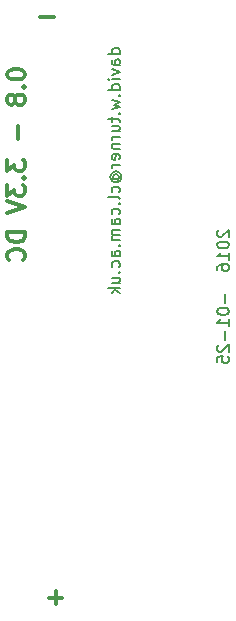
<source format=gbo>
G04 #@! TF.FileFunction,Legend,Bot*
%FSLAX46Y46*%
G04 Gerber Fmt 4.6, Leading zero omitted, Abs format (unit mm)*
G04 Created by KiCad (PCBNEW 4.0.1-3.201512221402+6198~38~ubuntu14.04.1-stable) date Fri 05 Feb 2016 15:13:30 GMT*
%MOMM*%
G01*
G04 APERTURE LIST*
%ADD10C,0.100000*%
%ADD11C,0.300000*%
%ADD12C,0.200000*%
G04 APERTURE END LIST*
D10*
D11*
X125441428Y-138997143D02*
X124298571Y-138997143D01*
X124870000Y-139568571D02*
X124870000Y-138425714D01*
X124711428Y-89817143D02*
X123568571Y-89817143D01*
D12*
X130302381Y-92959048D02*
X129302381Y-92959048D01*
X130254762Y-92959048D02*
X130302381Y-92863810D01*
X130302381Y-92673333D01*
X130254762Y-92578095D01*
X130207143Y-92530476D01*
X130111905Y-92482857D01*
X129826190Y-92482857D01*
X129730952Y-92530476D01*
X129683333Y-92578095D01*
X129635714Y-92673333D01*
X129635714Y-92863810D01*
X129683333Y-92959048D01*
X130302381Y-93863810D02*
X129778571Y-93863810D01*
X129683333Y-93816191D01*
X129635714Y-93720953D01*
X129635714Y-93530476D01*
X129683333Y-93435238D01*
X130254762Y-93863810D02*
X130302381Y-93768572D01*
X130302381Y-93530476D01*
X130254762Y-93435238D01*
X130159524Y-93387619D01*
X130064286Y-93387619D01*
X129969048Y-93435238D01*
X129921429Y-93530476D01*
X129921429Y-93768572D01*
X129873810Y-93863810D01*
X129635714Y-94244762D02*
X130302381Y-94482857D01*
X129635714Y-94720953D01*
X130302381Y-95101905D02*
X129635714Y-95101905D01*
X129302381Y-95101905D02*
X129350000Y-95054286D01*
X129397619Y-95101905D01*
X129350000Y-95149524D01*
X129302381Y-95101905D01*
X129397619Y-95101905D01*
X130302381Y-96006667D02*
X129302381Y-96006667D01*
X130254762Y-96006667D02*
X130302381Y-95911429D01*
X130302381Y-95720952D01*
X130254762Y-95625714D01*
X130207143Y-95578095D01*
X130111905Y-95530476D01*
X129826190Y-95530476D01*
X129730952Y-95578095D01*
X129683333Y-95625714D01*
X129635714Y-95720952D01*
X129635714Y-95911429D01*
X129683333Y-96006667D01*
X130207143Y-96482857D02*
X130254762Y-96530476D01*
X130302381Y-96482857D01*
X130254762Y-96435238D01*
X130207143Y-96482857D01*
X130302381Y-96482857D01*
X129635714Y-96863809D02*
X130302381Y-97054285D01*
X129826190Y-97244762D01*
X130302381Y-97435238D01*
X129635714Y-97625714D01*
X130207143Y-98006666D02*
X130254762Y-98054285D01*
X130302381Y-98006666D01*
X130254762Y-97959047D01*
X130207143Y-98006666D01*
X130302381Y-98006666D01*
X129635714Y-98339999D02*
X129635714Y-98720951D01*
X129302381Y-98482856D02*
X130159524Y-98482856D01*
X130254762Y-98530475D01*
X130302381Y-98625713D01*
X130302381Y-98720951D01*
X129635714Y-99482857D02*
X130302381Y-99482857D01*
X129635714Y-99054285D02*
X130159524Y-99054285D01*
X130254762Y-99101904D01*
X130302381Y-99197142D01*
X130302381Y-99340000D01*
X130254762Y-99435238D01*
X130207143Y-99482857D01*
X130302381Y-99959047D02*
X129635714Y-99959047D01*
X129826190Y-99959047D02*
X129730952Y-100006666D01*
X129683333Y-100054285D01*
X129635714Y-100149523D01*
X129635714Y-100244762D01*
X129635714Y-100578095D02*
X130302381Y-100578095D01*
X129730952Y-100578095D02*
X129683333Y-100625714D01*
X129635714Y-100720952D01*
X129635714Y-100863810D01*
X129683333Y-100959048D01*
X129778571Y-101006667D01*
X130302381Y-101006667D01*
X130254762Y-101863810D02*
X130302381Y-101768572D01*
X130302381Y-101578095D01*
X130254762Y-101482857D01*
X130159524Y-101435238D01*
X129778571Y-101435238D01*
X129683333Y-101482857D01*
X129635714Y-101578095D01*
X129635714Y-101768572D01*
X129683333Y-101863810D01*
X129778571Y-101911429D01*
X129873810Y-101911429D01*
X129969048Y-101435238D01*
X130302381Y-102340000D02*
X129635714Y-102340000D01*
X129826190Y-102340000D02*
X129730952Y-102387619D01*
X129683333Y-102435238D01*
X129635714Y-102530476D01*
X129635714Y-102625715D01*
X129826190Y-103578096D02*
X129778571Y-103530477D01*
X129730952Y-103435239D01*
X129730952Y-103340001D01*
X129778571Y-103244763D01*
X129826190Y-103197143D01*
X129921429Y-103149524D01*
X130016667Y-103149524D01*
X130111905Y-103197143D01*
X130159524Y-103244763D01*
X130207143Y-103340001D01*
X130207143Y-103435239D01*
X130159524Y-103530477D01*
X130111905Y-103578096D01*
X129730952Y-103578096D02*
X130111905Y-103578096D01*
X130159524Y-103625715D01*
X130159524Y-103673334D01*
X130111905Y-103768572D01*
X130016667Y-103816191D01*
X129778571Y-103816191D01*
X129635714Y-103720953D01*
X129540476Y-103578096D01*
X129492857Y-103387620D01*
X129540476Y-103197143D01*
X129635714Y-103054286D01*
X129778571Y-102959048D01*
X129969048Y-102911429D01*
X130159524Y-102959048D01*
X130302381Y-103054286D01*
X130397619Y-103197143D01*
X130445238Y-103387620D01*
X130397619Y-103578096D01*
X130302381Y-103720953D01*
X130254762Y-104673334D02*
X130302381Y-104578096D01*
X130302381Y-104387619D01*
X130254762Y-104292381D01*
X130207143Y-104244762D01*
X130111905Y-104197143D01*
X129826190Y-104197143D01*
X129730952Y-104244762D01*
X129683333Y-104292381D01*
X129635714Y-104387619D01*
X129635714Y-104578096D01*
X129683333Y-104673334D01*
X130302381Y-105244762D02*
X130254762Y-105149524D01*
X130159524Y-105101905D01*
X129302381Y-105101905D01*
X130207143Y-105625715D02*
X130254762Y-105673334D01*
X130302381Y-105625715D01*
X130254762Y-105578096D01*
X130207143Y-105625715D01*
X130302381Y-105625715D01*
X130254762Y-106530477D02*
X130302381Y-106435239D01*
X130302381Y-106244762D01*
X130254762Y-106149524D01*
X130207143Y-106101905D01*
X130111905Y-106054286D01*
X129826190Y-106054286D01*
X129730952Y-106101905D01*
X129683333Y-106149524D01*
X129635714Y-106244762D01*
X129635714Y-106435239D01*
X129683333Y-106530477D01*
X130302381Y-107387620D02*
X129778571Y-107387620D01*
X129683333Y-107340001D01*
X129635714Y-107244763D01*
X129635714Y-107054286D01*
X129683333Y-106959048D01*
X130254762Y-107387620D02*
X130302381Y-107292382D01*
X130302381Y-107054286D01*
X130254762Y-106959048D01*
X130159524Y-106911429D01*
X130064286Y-106911429D01*
X129969048Y-106959048D01*
X129921429Y-107054286D01*
X129921429Y-107292382D01*
X129873810Y-107387620D01*
X130302381Y-107863810D02*
X129635714Y-107863810D01*
X129730952Y-107863810D02*
X129683333Y-107911429D01*
X129635714Y-108006667D01*
X129635714Y-108149525D01*
X129683333Y-108244763D01*
X129778571Y-108292382D01*
X130302381Y-108292382D01*
X129778571Y-108292382D02*
X129683333Y-108340001D01*
X129635714Y-108435239D01*
X129635714Y-108578096D01*
X129683333Y-108673334D01*
X129778571Y-108720953D01*
X130302381Y-108720953D01*
X130207143Y-109197143D02*
X130254762Y-109244762D01*
X130302381Y-109197143D01*
X130254762Y-109149524D01*
X130207143Y-109197143D01*
X130302381Y-109197143D01*
X130302381Y-110101905D02*
X129778571Y-110101905D01*
X129683333Y-110054286D01*
X129635714Y-109959048D01*
X129635714Y-109768571D01*
X129683333Y-109673333D01*
X130254762Y-110101905D02*
X130302381Y-110006667D01*
X130302381Y-109768571D01*
X130254762Y-109673333D01*
X130159524Y-109625714D01*
X130064286Y-109625714D01*
X129969048Y-109673333D01*
X129921429Y-109768571D01*
X129921429Y-110006667D01*
X129873810Y-110101905D01*
X130254762Y-111006667D02*
X130302381Y-110911429D01*
X130302381Y-110720952D01*
X130254762Y-110625714D01*
X130207143Y-110578095D01*
X130111905Y-110530476D01*
X129826190Y-110530476D01*
X129730952Y-110578095D01*
X129683333Y-110625714D01*
X129635714Y-110720952D01*
X129635714Y-110911429D01*
X129683333Y-111006667D01*
X130207143Y-111435238D02*
X130254762Y-111482857D01*
X130302381Y-111435238D01*
X130254762Y-111387619D01*
X130207143Y-111435238D01*
X130302381Y-111435238D01*
X129635714Y-112340000D02*
X130302381Y-112340000D01*
X129635714Y-111911428D02*
X130159524Y-111911428D01*
X130254762Y-111959047D01*
X130302381Y-112054285D01*
X130302381Y-112197143D01*
X130254762Y-112292381D01*
X130207143Y-112340000D01*
X130302381Y-112816190D02*
X129302381Y-112816190D01*
X129921429Y-112911428D02*
X130302381Y-113197143D01*
X129635714Y-113197143D02*
X130016667Y-112816190D01*
X138647619Y-107890952D02*
X138600000Y-107938571D01*
X138552381Y-108033809D01*
X138552381Y-108271905D01*
X138600000Y-108367143D01*
X138647619Y-108414762D01*
X138742857Y-108462381D01*
X138838095Y-108462381D01*
X138980952Y-108414762D01*
X139552381Y-107843333D01*
X139552381Y-108462381D01*
X138552381Y-109081428D02*
X138552381Y-109176667D01*
X138600000Y-109271905D01*
X138647619Y-109319524D01*
X138742857Y-109367143D01*
X138933333Y-109414762D01*
X139171429Y-109414762D01*
X139361905Y-109367143D01*
X139457143Y-109319524D01*
X139504762Y-109271905D01*
X139552381Y-109176667D01*
X139552381Y-109081428D01*
X139504762Y-108986190D01*
X139457143Y-108938571D01*
X139361905Y-108890952D01*
X139171429Y-108843333D01*
X138933333Y-108843333D01*
X138742857Y-108890952D01*
X138647619Y-108938571D01*
X138600000Y-108986190D01*
X138552381Y-109081428D01*
X139552381Y-110367143D02*
X139552381Y-109795714D01*
X139552381Y-110081428D02*
X138552381Y-110081428D01*
X138695238Y-109986190D01*
X138790476Y-109890952D01*
X138838095Y-109795714D01*
X138552381Y-111224286D02*
X138552381Y-111033809D01*
X138600000Y-110938571D01*
X138647619Y-110890952D01*
X138790476Y-110795714D01*
X138980952Y-110748095D01*
X139361905Y-110748095D01*
X139457143Y-110795714D01*
X139504762Y-110843333D01*
X139552381Y-110938571D01*
X139552381Y-111129048D01*
X139504762Y-111224286D01*
X139457143Y-111271905D01*
X139361905Y-111319524D01*
X139123810Y-111319524D01*
X139028571Y-111271905D01*
X138980952Y-111224286D01*
X138933333Y-111129048D01*
X138933333Y-110938571D01*
X138980952Y-110843333D01*
X139028571Y-110795714D01*
X139123810Y-110748095D01*
X139171429Y-113271905D02*
X139171429Y-114033810D01*
X138552381Y-114700476D02*
X138552381Y-114795715D01*
X138600000Y-114890953D01*
X138647619Y-114938572D01*
X138742857Y-114986191D01*
X138933333Y-115033810D01*
X139171429Y-115033810D01*
X139361905Y-114986191D01*
X139457143Y-114938572D01*
X139504762Y-114890953D01*
X139552381Y-114795715D01*
X139552381Y-114700476D01*
X139504762Y-114605238D01*
X139457143Y-114557619D01*
X139361905Y-114510000D01*
X139171429Y-114462381D01*
X138933333Y-114462381D01*
X138742857Y-114510000D01*
X138647619Y-114557619D01*
X138600000Y-114605238D01*
X138552381Y-114700476D01*
X139552381Y-115986191D02*
X139552381Y-115414762D01*
X139552381Y-115700476D02*
X138552381Y-115700476D01*
X138695238Y-115605238D01*
X138790476Y-115510000D01*
X138838095Y-115414762D01*
X139171429Y-116414762D02*
X139171429Y-117176667D01*
X138647619Y-117605238D02*
X138600000Y-117652857D01*
X138552381Y-117748095D01*
X138552381Y-117986191D01*
X138600000Y-118081429D01*
X138647619Y-118129048D01*
X138742857Y-118176667D01*
X138838095Y-118176667D01*
X138980952Y-118129048D01*
X139552381Y-117557619D01*
X139552381Y-118176667D01*
X138552381Y-119081429D02*
X138552381Y-118605238D01*
X139028571Y-118557619D01*
X138980952Y-118605238D01*
X138933333Y-118700476D01*
X138933333Y-118938572D01*
X138980952Y-119033810D01*
X139028571Y-119081429D01*
X139123810Y-119129048D01*
X139361905Y-119129048D01*
X139457143Y-119081429D01*
X139504762Y-119033810D01*
X139552381Y-118938572D01*
X139552381Y-118700476D01*
X139504762Y-118605238D01*
X139457143Y-118557619D01*
D11*
X120788571Y-94615715D02*
X120788571Y-94758572D01*
X120860000Y-94901429D01*
X120931429Y-94972858D01*
X121074286Y-95044287D01*
X121360000Y-95115715D01*
X121717143Y-95115715D01*
X122002857Y-95044287D01*
X122145714Y-94972858D01*
X122217143Y-94901429D01*
X122288571Y-94758572D01*
X122288571Y-94615715D01*
X122217143Y-94472858D01*
X122145714Y-94401429D01*
X122002857Y-94330001D01*
X121717143Y-94258572D01*
X121360000Y-94258572D01*
X121074286Y-94330001D01*
X120931429Y-94401429D01*
X120860000Y-94472858D01*
X120788571Y-94615715D01*
X122145714Y-95758572D02*
X122217143Y-95830000D01*
X122288571Y-95758572D01*
X122217143Y-95687143D01*
X122145714Y-95758572D01*
X122288571Y-95758572D01*
X121431429Y-96687144D02*
X121360000Y-96544286D01*
X121288571Y-96472858D01*
X121145714Y-96401429D01*
X121074286Y-96401429D01*
X120931429Y-96472858D01*
X120860000Y-96544286D01*
X120788571Y-96687144D01*
X120788571Y-96972858D01*
X120860000Y-97115715D01*
X120931429Y-97187144D01*
X121074286Y-97258572D01*
X121145714Y-97258572D01*
X121288571Y-97187144D01*
X121360000Y-97115715D01*
X121431429Y-96972858D01*
X121431429Y-96687144D01*
X121502857Y-96544286D01*
X121574286Y-96472858D01*
X121717143Y-96401429D01*
X122002857Y-96401429D01*
X122145714Y-96472858D01*
X122217143Y-96544286D01*
X122288571Y-96687144D01*
X122288571Y-96972858D01*
X122217143Y-97115715D01*
X122145714Y-97187144D01*
X122002857Y-97258572D01*
X121717143Y-97258572D01*
X121574286Y-97187144D01*
X121502857Y-97115715D01*
X121431429Y-96972858D01*
X121717143Y-99044286D02*
X121717143Y-100187143D01*
X120788571Y-101901429D02*
X120788571Y-102830000D01*
X121360000Y-102330000D01*
X121360000Y-102544286D01*
X121431429Y-102687143D01*
X121502857Y-102758572D01*
X121645714Y-102830000D01*
X122002857Y-102830000D01*
X122145714Y-102758572D01*
X122217143Y-102687143D01*
X122288571Y-102544286D01*
X122288571Y-102115714D01*
X122217143Y-101972857D01*
X122145714Y-101901429D01*
X122145714Y-103472857D02*
X122217143Y-103544285D01*
X122288571Y-103472857D01*
X122217143Y-103401428D01*
X122145714Y-103472857D01*
X122288571Y-103472857D01*
X120788571Y-104044286D02*
X120788571Y-104972857D01*
X121360000Y-104472857D01*
X121360000Y-104687143D01*
X121431429Y-104830000D01*
X121502857Y-104901429D01*
X121645714Y-104972857D01*
X122002857Y-104972857D01*
X122145714Y-104901429D01*
X122217143Y-104830000D01*
X122288571Y-104687143D01*
X122288571Y-104258571D01*
X122217143Y-104115714D01*
X122145714Y-104044286D01*
X120788571Y-105401428D02*
X122288571Y-105901428D01*
X120788571Y-106401428D01*
X122288571Y-108044285D02*
X120788571Y-108044285D01*
X120788571Y-108401428D01*
X120860000Y-108615713D01*
X121002857Y-108758571D01*
X121145714Y-108829999D01*
X121431429Y-108901428D01*
X121645714Y-108901428D01*
X121931429Y-108829999D01*
X122074286Y-108758571D01*
X122217143Y-108615713D01*
X122288571Y-108401428D01*
X122288571Y-108044285D01*
X122145714Y-110401428D02*
X122217143Y-110329999D01*
X122288571Y-110115713D01*
X122288571Y-109972856D01*
X122217143Y-109758571D01*
X122074286Y-109615713D01*
X121931429Y-109544285D01*
X121645714Y-109472856D01*
X121431429Y-109472856D01*
X121145714Y-109544285D01*
X121002857Y-109615713D01*
X120860000Y-109758571D01*
X120788571Y-109972856D01*
X120788571Y-110115713D01*
X120860000Y-110329999D01*
X120931429Y-110401428D01*
M02*

</source>
